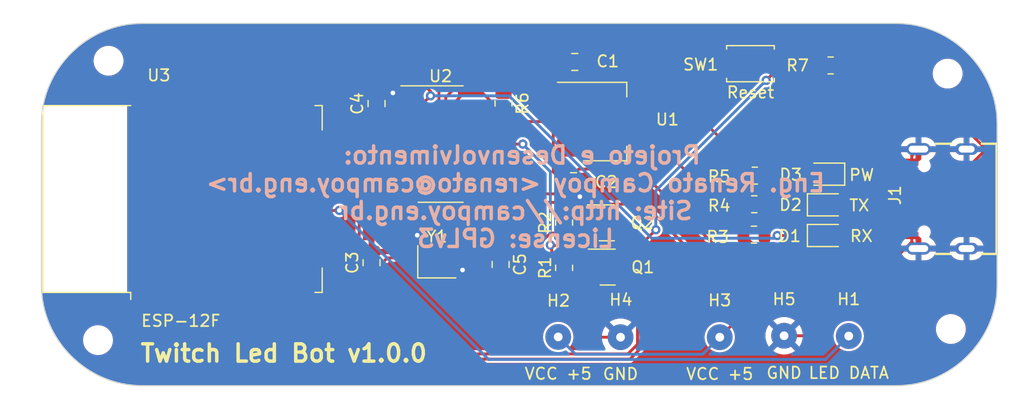
<source format=kicad_pcb>
(kicad_pcb (version 20211014) (generator pcbnew)
  (layers (0 "F.Cu" signal) (31 "B.Cu" signal) (34 "B.Paste" user) (35 "F.Paste" user) (36 "B.SilkS" user "B.Silkscreen") (37 "F.SilkS" user "F.Silkscreen") (38 "B.Mask" user) (39 "F.Mask" user) (44 "Edge.Cuts" user))
  (net 0 "")
  (net 1 "+5V")
  (net 2 "GND")
  (net 3 "+3V3")
  (net 4 "Net-(C3-Pad1)")
  (net 5 "Net-(C5-Pad1)")
  (net 6 "RX")
  (net 7 "Net-(D1-Pad2)")
  (net 8 "TX")
  (net 9 "Net-(D2-Pad2)")
  (net 10 "Net-(D3-Pad2)")
  (net 11 "Net-(Q1-Pad1)")
  (net 12 "RTS")
  (net 13 "RST")
  (net 14 "Net-(Q2-Pad1)")
  (net 15 "DTR")
  (net 16 "IO0")
  (net 17 "CH_PD")
  (net 18 "D+")
  (net 19 "D-")
  (net 32 "IO9")
  (footprint "MountingHole:MountingHole_2.1mm" (layer "F.Cu") (at 91.948 71.2724)
    (fp_text reference "REF**1" hide)
    (fp_text value "MountingHole_2.1mm" hide)
    (pad "" np_thru_hole circle (at 0 0) (size 2.1 2.1) (drill 2.1) (layers *.Cu *.Mask))
  )
  (footprint "Resistor_SMD:R_0805_2012Metric" (layer "F.Cu") (at 148.0566 81.2546 180)
    (fp_text reference "R5" (at 3.0988 -0.0762) (layer "F.SilkS"))
    (fp_text value "470")
    (pad "1" smd roundrect (at -0.9125 0 180) (size 1.025 1.4) (layers "F.Cu" "F.Paste" "F.Mask") (roundrect_rratio 0.243902439) (net 10 "Net-(D3-Pad2)"))
    (pad "2" smd roundrect (at 0.9125 0 180) (size 1.025 1.4) (layers "F.Cu" "F.Paste" "F.Mask") (roundrect_rratio 0.243902439) (net 3 "+3V3"))
  )
  (footprint "RF_Module:ESP-12E" (layer "F.Cu") (at 98.3742 83.2866 90)
    (fp_text reference "U3" (at 10.7442 -2.0574 180) (layer "F.SilkS"))
    (fp_text value "ESP-12F" (at -10.5918 -0.1524 180) (layer "F.SilkS"))
    (pad "1" smd rect (at -7.6 -3.5 90) (size 2.5 1) (layers "F.Cu" "F.Paste" "F.Mask") (net 13 "RST"))
    (pad "2" smd rect (at -7.6 -1.5 90) (size 2.5 1) (layers "F.Cu" "F.Paste" "F.Mask"))
    (pad "3" smd rect (at -7.6 0.5 90) (size 2.5 1) (layers "F.Cu" "F.Paste" "F.Mask") (net 17 "CH_PD"))
    (pad "4" smd rect (at -7.6 2.5 90) (size 2.5 1) (layers "F.Cu" "F.Paste" "F.Mask"))
    (pad "5" smd rect (at -7.6 4.5 90) (size 2.5 1) (layers "F.Cu" "F.Paste" "F.Mask"))
    (pad "6" smd rect (at -7.6 6.5 90) (size 2.5 1) (layers "F.Cu" "F.Paste" "F.Mask"))
    (pad "7" smd rect (at -7.6 8.5 90) (size 2.5 1) (layers "F.Cu" "F.Paste" "F.Mask"))
    (pad "8" smd rect (at -7.6 10.5 90) (size 2.5 1) (layers "F.Cu" "F.Paste" "F.Mask") (net 3 "+3V3"))
    (pad "9" smd rect (at -5 12 90) (size 1 1.8) (layers "F.Cu" "F.Paste" "F.Mask"))
    (pad "10" smd rect (at -3 12 90) (size 1 1.8) (layers "F.Cu" "F.Paste" "F.Mask"))
    (pad "11" smd rect (at -1 12 90) (size 1 1.8) (layers "F.Cu" "F.Paste" "F.Mask") (net 32 "IO9"))
    (pad "12" smd rect (at 1 12 90) (size 1 1.8) (layers "F.Cu" "F.Paste" "F.Mask"))
    (pad "13" smd rect (at 3 12 90) (size 1 1.8) (layers "F.Cu" "F.Paste" "F.Mask"))
    (pad "14" smd rect (at 5 12 90) (size 1 1.8) (layers "F.Cu" "F.Paste" "F.Mask"))
    (pad "15" smd rect (at 7.6 10.5 90) (size 2.5 1) (layers "F.Cu" "F.Paste" "F.Mask") (net 2 "GND"))
    (pad "16" smd rect (at 7.6 8.5 90) (size 2.5 1) (layers "F.Cu" "F.Paste" "F.Mask"))
    (pad "17" smd rect (at 7.6 6.5 90) (size 2.5 1) (layers "F.Cu" "F.Paste" "F.Mask"))
    (pad "18" smd rect (at 7.6 4.5 90) (size 2.5 1) (layers "F.Cu" "F.Paste" "F.Mask") (net 16 "IO0"))
    (pad "19" smd rect (at 7.6 2.5 90) (size 2.5 1) (layers "F.Cu" "F.Paste" "F.Mask"))
    (pad "20" smd rect (at 7.6 0.5 90) (size 2.5 1) (layers "F.Cu" "F.Paste" "F.Mask"))
    (pad "21" smd rect (at 7.6 -1.5 90) (size 2.5 1) (layers "F.Cu" "F.Paste" "F.Mask") (net 6 "RX"))
    (pad "22" smd rect (at 7.6 -3.5 90) (size 2.5 1) (layers "F.Cu" "F.Paste" "F.Mask") (net 8 "TX"))
    (zone (net 0) (net_name "") (layers *.Cu) (connect_pads (clearance 0)) (min_thickness 0.254)
      (keepout (tracks not_allowed) (vias not_allowed) (pads not_allowed) (copperpour not_allowed) (footprints not_allowed))
      (fill (thermal_gap 0.508) (thermal_bridge_width 0.508))
      (polygon (pts (xy 93.5742 91.4066) (xy 93.5742 75.1666) (xy 86.2542 75.1666) (xy 86.2542 91.4066)))
    )
  )
  (footprint "Capacitor_SMD:C_0805_2012Metric" (layer "F.Cu") (at 132.3132 81.7372)
    (fp_text reference "C2" (at 2.8448 0.0762) (layer "F.SilkS"))
    (fp_text value "100u")
    (pad "1" smd roundrect (at -0.95 0) (size 1 1.45) (layers "F.Cu" "F.Paste" "F.Mask") (net 3 "+3V3"))
    (pad "2" smd roundrect (at 0.95 0) (size 1 1.45) (layers "F.Cu" "F.Paste" "F.Mask") (net 2 "GND"))
  )
  (footprint "MountingHole:MountingHole_2.1mm" (layer "F.Cu") (at 145.0086 95.3008)
    (fp_text reference "H3" (at 0 -3.2) (layer "F.SilkS"))
    (fp_text value "VCC +5" (at 0 3.2) (layer "F.SilkS"))
    (pad "1" thru_hole circle (at 0 0) (size 2.235776 2.235776) (drill 0.762) (layers *.Cu *.Mask) (net 1 "+5V"))
  )
  (footprint "Crystal:Crystal_SMD_2520-4Pin_2.5x2.0mm" (layer "F.Cu") (at 120.4468 88.7476)
    (fp_text reference "Y1" (at 0 -2.2) (layer "F.SilkS"))
    (fp_text value "12MHz")
    (pad "1" smd rect (at -0.875 0.7) (size 1.15 1) (layers "F.Cu" "F.Paste" "F.Mask") (net 4 "Net-(C3-Pad1)"))
    (pad "2" smd rect (at 0.875 0.7) (size 1.15 1) (layers "F.Cu" "F.Paste" "F.Mask") (net 2 "GND"))
    (pad "3" smd rect (at 0.875 -0.7) (size 1.15 1) (layers "F.Cu" "F.Paste" "F.Mask") (net 5 "Net-(C5-Pad1)"))
    (pad "4" smd rect (at -0.875 -0.7) (size 1.15 1) (layers "F.Cu" "F.Paste" "F.Mask") (net 2 "GND"))
  )
  (footprint "MountingHole:MountingHole_2.1mm" (layer "F.Cu") (at 165.0746 94.5896)
    (fp_text reference "REF**3" hide)
    (fp_text value "MountingHole_2.1mm" hide)
    (pad "" np_thru_hole circle (at 0 0) (size 2.1 2.1) (drill 2.1) (layers *.Cu *.Mask))
  )
  (footprint "Resistor_SMD:R_0805_2012Metric" (layer "F.Cu") (at 154.6371 71.6788)
    (fp_text reference "R7" (at -2.8702 0) (layer "F.SilkS"))
    (fp_text value "10K")
    (pad "1" smd roundrect (at -0.9125 0) (size 1.025 1.4) (layers "F.Cu" "F.Paste" "F.Mask") (roundrect_rratio 0.243902439) (net 13 "RST"))
    (pad "2" smd roundrect (at 0.9125 0) (size 1.025 1.4) (layers "F.Cu" "F.Paste" "F.Mask") (roundrect_rratio 0.243902439) (net 3 "+3V3"))
  )
  (footprint "MountingHole:MountingHole_2.1mm" (layer "F.Cu") (at 156.21 95.1992)
    (fp_text reference "H1" (at 0 -3.2) (layer "F.SilkS"))
    (fp_text value "LED DATA" (at 0 3.2) (layer "F.SilkS"))
    (pad "1" thru_hole circle (at 0 0) (size 2.235776 2.235776) (drill 0.762) (layers *.Cu *.Mask) (net 32 "IO9"))
  )
  (footprint "Resistor_SMD:R_0805_2012Metric" (layer "F.Cu") (at 131.4981 89.2708 90)
    (fp_text reference "R1" (at 0 -1.65 90) (layer "F.SilkS"))
    (fp_text value "10K")
    (pad "1" smd roundrect (at -0.9125 0 90) (size 1.025 1.4) (layers "F.Cu" "F.Paste" "F.Mask") (roundrect_rratio 0.243902439) (net 15 "DTR"))
    (pad "2" smd roundrect (at 0.9125 0 90) (size 1.025 1.4) (layers "F.Cu" "F.Paste" "F.Mask") (roundrect_rratio 0.243902439) (net 11 "Net-(Q1-Pad1)"))
  )
  (footprint "Capacitor_SMD:C_0805_2012Metric" (layer "F.Cu") (at 114.7826 88.8238 90)
    (fp_text reference "C3" (at 0 -1.68 90) (layer "F.SilkS"))
    (fp_text value "22p")
    (pad "1" smd roundrect (at -0.95 0 90) (size 1 1.45) (layers "F.Cu" "F.Paste" "F.Mask") (net 4 "Net-(C3-Pad1)"))
    (pad "2" smd roundrect (at 0.95 0 90) (size 1 1.45) (layers "F.Cu" "F.Paste" "F.Mask") (net 2 "GND"))
  )
  (footprint "Resistor_SMD:R_0805_2012Metric" (layer "F.Cu") (at 147.9804 86.3854)
    (fp_text reference "R3" (at -3.1496 0.2032) (layer "F.SilkS"))
    (fp_text value "470")
    (pad "1" smd roundrect (at -0.9125 0) (size 1.025 1.4) (layers "F.Cu" "F.Paste" "F.Mask") (roundrect_rratio 0.243902439) (net 7 "Net-(D1-Pad2)"))
    (pad "2" smd roundrect (at 0.9125 0) (size 1.025 1.4) (layers "F.Cu" "F.Paste" "F.Mask") (roundrect_rratio 0.243902439) (net 3 "+3V3"))
  )
  (footprint "Resistor_SMD:R_0805_2012Metric" (layer "F.Cu") (at 131.4981 85.3338 90)
    (fp_text reference "R2" (at 0 -1.65 90) (layer "F.SilkS"))
    (fp_text value "10K")
    (pad "1" smd roundrect (at -0.9125 0 90) (size 1.025 1.4) (layers "F.Cu" "F.Paste" "F.Mask") (roundrect_rratio 0.243902439) (net 12 "RTS"))
    (pad "2" smd roundrect (at 0.9125 0 90) (size 1.025 1.4) (layers "F.Cu" "F.Paste" "F.Mask") (roundrect_rratio 0.243902439) (net 14 "Net-(Q2-Pad1)"))
  )
  (footprint "Package_SO:SOIC-16_3.9x9.9mm_P1.27mm" (layer "F.Cu") (at 120.777 78.5114)
    (fp_text reference "U2" (at 0 -5.9) (layer "F.SilkS"))
    (fp_text value "CH340G")
    (pad "1" smd roundrect (at -2.475 -4.445) (size 1.95 0.6) (layers "F.Cu" "F.Paste" "F.Mask") (net 2 "GND"))
    (pad "2" smd roundrect (at -2.475 -3.175) (size 1.95 0.6) (layers "F.Cu" "F.Paste" "F.Mask") (net 6 "RX"))
    (pad "3" smd roundrect (at -2.475 -1.905) (size 1.95 0.6) (layers "F.Cu" "F.Paste" "F.Mask") (net 8 "TX"))
    (pad "4" smd roundrect (at -2.475 -0.635) (size 1.95 0.6) (layers "F.Cu" "F.Paste" "F.Mask") (net 3 "+3V3"))
    (pad "5" smd roundrect (at -2.475 0.635) (size 1.95 0.6) (layers "F.Cu" "F.Paste" "F.Mask") (net 18 "D+"))
    (pad "6" smd roundrect (at -2.475 1.905) (size 1.95 0.6) (layers "F.Cu" "F.Paste" "F.Mask") (net 19 "D-"))
    (pad "7" smd roundrect (at -2.475 3.175) (size 1.95 0.6) (layers "F.Cu" "F.Paste" "F.Mask") (net 4 "Net-(C3-Pad1)"))
    (pad "8" smd roundrect (at -2.475 4.445) (size 1.95 0.6) (layers "F.Cu" "F.Paste" "F.Mask") (net 5 "Net-(C5-Pad1)"))
    (pad "9" smd roundrect (at 2.475 4.445) (size 1.95 0.6) (layers "F.Cu" "F.Paste" "F.Mask"))
    (pad "10" smd roundrect (at 2.475 3.175) (size 1.95 0.6) (layers "F.Cu" "F.Paste" "F.Mask"))
    (pad "11" smd roundrect (at 2.475 1.905) (size 1.95 0.6) (layers "F.Cu" "F.Paste" "F.Mask"))
    (pad "12" smd roundrect (at 2.475 0.635) (size 1.95 0.6) (layers "F.Cu" "F.Paste" "F.Mask"))
    (pad "13" smd roundrect (at 2.475 -0.635) (size 1.95 0.6) (layers "F.Cu" "F.Paste" "F.Mask") (net 15 "DTR"))
    (pad "14" smd roundrect (at 2.475 -1.905) (size 1.95 0.6) (layers "F.Cu" "F.Paste" "F.Mask") (net 12 "RTS"))
    (pad "15" smd roundrect (at 2.475 -3.175) (size 1.95 0.6) (layers "F.Cu" "F.Paste" "F.Mask"))
    (pad "16" smd roundrect (at 2.475 -4.445) (size 1.95 0.6) (layers "F.Cu" "F.Paste" "F.Mask") (net 3 "+3V3"))
  )
  (footprint "Resistor_SMD:R_0805_2012Metric" (layer "F.Cu") (at 126.238 74.9808 -90)
    (fp_text reference "R6" (at 0 -1.65 90) (layer "F.SilkS"))
    (fp_text value "10K")
    (pad "1" smd roundrect (at -0.9125 0 270) (size 1.025 1.4) (layers "F.Cu" "F.Paste" "F.Mask") (roundrect_rratio 0.243902439) (net 17 "CH_PD"))
    (pad "2" smd roundrect (at 0.9125 0 270) (size 1.025 1.4) (layers "F.Cu" "F.Paste" "F.Mask") (roundrect_rratio 0.243902439) (net 3 "+3V3"))
  )
  (footprint "MountingHole:MountingHole_2.1mm" (layer "F.Cu") (at 136.398 95.3008)
    (fp_text reference "H4" (at 0.0254 -3.2512) (layer "F.SilkS"))
    (fp_text value "GND" (at 0 3.2) (layer "F.SilkS"))
    (pad "1" thru_hole circle (at 0 0) (size 2.235776 2.235776) (drill 0.762) (layers *.Cu *.Mask) (net 2 "GND"))
  )
  (footprint "Capacitor_SMD:C_0805_2012Metric" (layer "F.Cu") (at 125.984 88.9762 -90)
    (fp_text reference "C5" (at 0 -1.68 90) (layer "F.SilkS"))
    (fp_text value "22p")
    (pad "1" smd roundrect (at -0.95 0 270) (size 1 1.45) (layers "F.Cu" "F.Paste" "F.Mask") (net 5 "Net-(C5-Pad1)"))
    (pad "2" smd roundrect (at 0.95 0 270) (size 1 1.45) (layers "F.Cu" "F.Paste" "F.Mask") (net 2 "GND"))
  )
  (footprint "Capacitor_SMD:C_0805_2012Metric" (layer "F.Cu") (at 115.2144 74.991 90)
    (fp_text reference "C4" (at 0 -1.68 90) (layer "F.SilkS"))
    (fp_text value "10u")
    (pad "1" smd roundrect (at -0.95 0 90) (size 1 1.45) (layers "F.Cu" "F.Paste" "F.Mask") (net 3 "+3V3"))
    (pad "2" smd roundrect (at 0.95 0 90) (size 1 1.45) (layers "F.Cu" "F.Paste" "F.Mask") (net 2 "GND"))
  )
  (footprint "LED_SMD:LED_0805_2012Metric" (layer "F.Cu") (at 154.1757 81.1276 180)
    (fp_text reference "D3" (at 2.9972 -0.0508) (layer "F.SilkS"))
    (fp_text value "PW" (at -3.1519 -0.0762) (layer "F.SilkS"))
    (pad "1" smd roundrect (at -0.9375 0 180) (size 0.975 1.4) (layers "F.Cu" "F.Paste" "F.Mask") (net 2 "GND"))
    (pad "2" smd roundrect (at 0.9375 0 180) (size 0.975 1.4) (layers "F.Cu" "F.Paste" "F.Mask") (net 10 "Net-(D3-Pad2)"))
  )
  (footprint "USB4105-GF-A 2:GCT_USB4105-GF-A" (layer "F.Cu") (at 166.4396 83.2727 90)
    (fp_text reference "J1" (at 0.3163 -6.2164 90) (layer "F.SilkS"))
    (fp_text value "USB4105-GF-A")
    (pad "" np_thru_hole circle locked (at -2.89 -3.68 90) (size 0.65 0.65) (drill 0.65) (layers *.Cu *.Mask))
    (pad "" np_thru_hole circle locked (at 2.89 -3.68 90) (size 0.65 0.65) (drill 0.65) (layers *.Cu *.Mask))
    (pad "A1_B12" smd rect locked (at -3.2 -4.755 90) (size 0.6 1.15) (layers "F.Cu" "F.Paste" "F.Mask") (net 2 "GND"))
    (pad "A4_B9" smd rect locked (at -2.4 -4.755 90) (size 0.6 1.15) (layers "F.Cu" "F.Paste" "F.Mask") (net 1 "+5V"))
    (pad "A5" smd rect locked (at -1.25 -4.755 90) (size 0.3 1.15) (layers "F.Cu" "F.Paste" "F.Mask"))
    (pad "A6" smd rect locked (at -0.25 -4.755 90) (size 0.3 1.15) (layers "F.Cu" "F.Paste" "F.Mask") (net 18 "D+"))
    (pad "A7" smd rect locked (at 0.25 -4.755 90) (size 0.3 1.15) (layers "F.Cu" "F.Paste" "F.Mask") (net 19 "D-"))
    (pad "A8" smd rect locked (at 1.25 -4.755 90) (size 0.3 1.15) (layers "F.Cu" "F.Paste" "F.Mask"))
    (pad "B1_A12" smd rect locked (at 3.2 -4.755 90) (size 0.6 1.15) (layers "F.Cu" "F.Paste" "F.Mask") (net 2 "GND"))
    (pad "B4_A9" smd rect locked (at 2.4 -4.755 90) (size 0.6 1.15) (layers "F.Cu" "F.Paste" "F.Mask") (net 1 "+5V"))
    (pad "B5" smd rect locked (at 1.75 -4.755 90) (size 0.3 1.15) (layers "F.Cu" "F.Paste" "F.Mask"))
    (pad "B6" smd rect locked (at 0.75 -4.755 90) (size 0.3 1.15) (layers "F.Cu" "F.Paste" "F.Mask") (net 18 "D+"))
    (pad "B7" smd rect locked (at -0.75 -4.755 90) (size 0.3 1.15) (layers "F.Cu" "F.Paste" "F.Mask") (net 19 "D-"))
    (pad "B8" smd rect locked (at -1.75 -4.755 90) (size 0.3 1.15) (layers "F.Cu" "F.Paste" "F.Mask"))
    (pad "S1" thru_hole oval locked (at -4.32 -4.18 90) (size 1.05 2.1) (drill oval 0.6 1.7) (layers *.Cu *.Mask) (net 2 "GND"))
    (pad "S2" thru_hole oval locked (at -4.32 0 90) (size 1 2) (drill oval 0.6 1.4) (layers *.Cu *.Mask) (net 2 "GND"))
    (pad "S3" thru_hole oval locked (at 4.32 0 90) (size 1 2) (drill oval 0.6 1.4) (layers *.Cu *.Mask) (net 2 "GND"))
    (pad "S4" thru_hole oval locked (at 4.32 -4.18 90) (size 1.05 2.1) (drill oval 0.6 1.7) (layers *.Cu *.Mask) (net 2 "GND"))
  )
  (footprint "Package_TO_SOT_SMD:SOT-23" (layer "F.Cu") (at 135.2065 85.3592)
    (fp_text reference "Q2" (at 3.0734 0.0254) (layer "F.SilkS"))
    (fp_text value "BC847")
    (pad "1" smd roundrect (at -0.9375 -0.95) (size 1.475 0.6) (layers "F.Cu" "F.Paste" "F.Mask") (net 14 "Net-(Q2-Pad1)"))
    (pad "2" smd roundrect (at -0.9375 0.95) (size 1.475 0.6) (layers "F.Cu" "F.Paste" "F.Mask") (net 15 "DTR"))
    (pad "3" smd roundrect (at 0.9375 0) (size 1.475 0.6) (layers "F.Cu" "F.Paste" "F.Mask") (net 16 "IO0"))
  )
  (footprint "Resistor_SMD:R_0805_2012Metric" (layer "F.Cu") (at 148.0077 83.7438)
    (fp_text reference "R4" (at -3.0499 0.127) (layer "F.SilkS"))
    (fp_text value "470")
    (pad "1" smd roundrect (at -0.9125 0) (size 1.025 1.4) (layers "F.Cu" "F.Paste" "F.Mask") (roundrect_rratio 0.243902439) (net 9 "Net-(D2-Pad2)"))
    (pad "2" smd roundrect (at 0.9125 0) (size 1.025 1.4) (layers "F.Cu" "F.Paste" "F.Mask") (roundrect_rratio 0.243902439) (net 3 "+3V3"))
  )
  (footprint "LED_SMD:LED_0805_2012Metric" (layer "F.Cu") (at 154.305 83.7946)
    (fp_text reference "D2" (at -3.1496 0) (layer "F.SilkS"))
    (fp_text value "TX" (at 2.8194 0.0508) (layer "F.SilkS"))
    (pad "1" smd roundrect (at -0.9375 0) (size 0.975 1.4) (layers "F.Cu" "F.Paste" "F.Mask") (net 8 "TX"))
    (pad "2" smd roundrect (at 0.9375 0) (size 0.975 1.4) (layers "F.Cu" "F.Paste" "F.Mask") (net 9 "Net-(D2-Pad2)"))
  )
  (footprint "MountingHole:MountingHole_2.1mm" (layer "F.Cu") (at 164.7952 72.39)
    (fp_text reference "REF**4" hide)
    (fp_text value "MountingHole_2.1mm" hide)
    (pad "" np_thru_hole circle (at 0 0) (size 2.1 2.1) (drill 2.1) (layers *.Cu *.Mask))
  )
  (footprint "LED_SMD:LED_0805_2012Metric" (layer "F.Cu") (at 154.305 86.4616)
    (fp_text reference "D1" (at -3.2258 0.0508) (layer "F.SilkS"))
    (fp_text value "RX" (at 2.9972 0.0508) (layer "F.SilkS"))
    (pad "1" smd roundrect (at -0.9375 0) (size 0.975 1.4) (layers "F.Cu" "F.Paste" "F.Mask") (net 6 "RX"))
    (pad "2" smd roundrect (at 0.9375 0) (size 0.975 1.4) (layers "F.Cu" "F.Paste" "F.Mask") (net 7 "Net-(D1-Pad2)"))
  )
  (footprint "Package_TO_SOT_SMD:SOT-23" (layer "F.Cu") (at 135.2804 89.2048)
    (fp_text reference "Q1" (at 3.0503 0.0152) (layer "F.SilkS"))
    (fp_text value "BC847")
    (pad "1" smd roundrect (at -0.9375 -0.95) (size 1.475 0.6) (layers "F.Cu" "F.Paste" "F.Mask") (net 11 "Net-(Q1-Pad1)"))
    (pad "2" smd roundrect (at -0.9375 0.95) (size 1.475 0.6) (layers "F.Cu" "F.Paste" "F.Mask") (net 12 "RTS"))
    (pad "3" smd roundrect (at 0.9375 0) (size 1.475 0.6) (layers "F.Cu" "F.Paste" "F.Mask") (net 13 "RST"))
  )
  (footprint "MountingHole:MountingHole_2.1mm" (layer "F.Cu") (at 150.5966 95.1992)
    (fp_text reference "H5" (at 0 -3.2) (layer "F.SilkS"))
    (fp_text value "GND" (at 0 3.2) (layer "F.SilkS"))
    (pad "1" thru_hole circle (at 0 -0.0254) (size 2.235776 2.235776) (drill 0.762) (layers *.Cu *.Mask) (net 2 "GND"))
  )
  (footprint "Package_TO_SOT_SMD:SOT-223-3_TabPin2" (layer "F.Cu") (at 135.031 76.5556)
    (fp_text reference "U1" (at 5.4356 -0.1778) (layer "F.SilkS"))
    (fp_text value "AMS1117-3.3")
    (pad "1" smd rect (at -3.15 -2.3) (size 2 1.5) (layers "F.Cu" "F.Paste" "F.Mask") (net 2 "GND"))
    (pad "2" smd rect (at 3.15 0) (size 2 3.8) (layers "F.Cu" "F.Paste" "F.Mask") (net 3 "+3V3"))
    (pad "2" smd rect (at -3.15 0) (size 2 1.5) (layers "F.Cu" "F.Paste" "F.Mask") (net 3 "+3V3"))
    (pad "3" smd rect (at -3.15 2.3) (size 2 1.5) (layers "F.Cu" "F.Paste" "F.Mask") (net 1 "+5V"))
  )
  (footprint "MountingHole:MountingHole_2.1mm" (layer "F.Cu") (at 91.0336 95.5548)
    (fp_text reference "REF**2" hide)
    (fp_text value "MountingHole_2.1mm" hide)
    (pad "" np_thru_hole circle (at 0 0) (size 2.1 2.1) (drill 2.1) (layers *.Cu *.Mask))
  )
  (footprint "MountingHole:MountingHole_2.1mm" (layer "F.Cu") (at 130.9878 95.2754)
    (fp_text reference "H2" (at 0.0254 -3.1496) (layer "F.SilkS"))
    (fp_text value "VCC +5" (at 0 3.2) (layer "F.SilkS"))
    (pad "1" thru_hole circle (at 0 0) (size 2.235776 2.235776) (drill 0.762) (layers *.Cu *.Mask) (net 1 "+5V"))
  )
  (footprint "Button_Switch_SMD:SW_Push_SPST_NO_Alps_SKRK" (layer "F.Cu") (at 147.6756 71.5264)
    (fp_text reference "SW1" (at -4.3203 0.0762) (layer "F.SilkS"))
    (fp_text value "Reset" (at 0 2.5) (layer "F.SilkS"))
    (pad "1" smd roundrect (at -2.1 0) (size 0.8 2) (layers "F.Cu" "F.Paste" "F.Mask") (net 2 "GND"))
    (pad "2" smd roundrect (at 2.1 0) (size 0.8 2) (layers "F.Cu" "F.Paste" "F.Mask") (net 13 "RST"))
  )
  (footprint "Capacitor_SMD:C_0805_2012Metric" (layer "F.Cu") (at 132.425 71.374)
    (fp_text reference "C1" (at 2.86 -0.0508) (layer "F.SilkS"))
    (fp_text value "10u")
    (pad "1" smd roundrect (at -0.95 0) (size 1 1.45) (layers "F.Cu" "F.Paste" "F.Mask") (net 1 "+5V"))
    (pad "2" smd roundrect (at 0.95 0) (size 1 1.45) (layers "F.Cu" "F.Paste" "F.Mask") (net 2 "GND"))
  )
  (gr_poly (pts (xy 160.832596 68.038038) (xy 161.268708 68.072285) (xy 161.699216 68.128643) (xy 162.123531 68.206521) (xy 162.541062 68.305332) (xy 162.951221 68.424485) (xy 163.353418 68.56339) (xy 163.747062 68.721459) (xy 164.131566 68.898101) (xy 164.506339 69.092727) (xy 164.870792 69.304748) (xy 165.224335 69.533574) (xy 165.566378 69.778615) (xy 165.896333 70.039282) (xy 166.213609 70.314986) (xy 166.517618 70.605137) (xy 166.807769 70.909145) (xy 167.083473 71.226421) (xy 167.344141 71.556376) (xy 167.589182 71.898419) (xy 167.818008 72.251962) (xy 168.030029 72.616414) (xy 168.224656 72.991187) (xy 168.401298 73.37569) (xy 168.559367 73.769335) (xy 168.698273 74.171531) (xy 168.817426 74.58169) (xy 168.916237 74.999222) (xy 168.994116 75.423536) (xy 169.050473 75.854044) (xy 169.08472 76.290157) (xy 169.096267 76.731283) (xy 169.096267 90.807117) (xy 169.08472 91.248244) (xy 169.050473 91.684356) (xy 168.994116 92.114864) (xy 168.916237 92.539178) (xy 168.817426 92.956709) (xy 168.698273 93.366868) (xy 168.559367 93.769064) (xy 168.401298 94.162709) (xy 168.224656 94.547212) (xy 168.030029 94.921985) (xy 167.818008 95.286438) (xy 167.589182 95.63998) (xy 167.344141 95.982024) (xy 167.083473 96.311978) (xy 166.807769 96.629254) (xy 166.517618 96.933262) (xy 166.213609 97.223413) (xy 165.896333 97.499117) (xy 165.566378 97.759785) (xy 165.224335 98.004826) (xy 164.870792 98.233652) (xy 164.506339 98.445673) (xy 164.131566 98.640299) (xy 163.747062 98.816941) (xy 163.353418 98.97501) (xy 162.951221 99.113915) (xy 162.541062 99.233068) (xy 162.123531 99.331879) (xy 161.699216 99.409758) (xy 161.268708 99.466115) (xy 160.832596 99.500362) (xy 160.39147 99.511909) (xy 94.827723 99.511909) (xy 94.386596 99.500362) (xy 93.950484 99.466115) (xy 93.519976 99.409758) (xy 93.095662 99.331879) (xy 92.67813 99.233068) (xy 92.267972 99.113915) (xy 91.865775 98.97501) (xy 91.472131 98.816941) (xy 91.087627 98.640299) (xy 90.712855 98.445673) (xy 90.348402 98.233652) (xy 89.99486 98.004826) (xy 89.652816 97.759785) (xy 89.322862 97.499117) (xy 89.005586 97.223413) (xy 88.701578 96.933262) (xy 88.411427 96.629254) (xy 88.135724 96.311978) (xy 87.875057 95.982024) (xy 87.630015 95.63998) (xy 87.40119 95.286438) (xy 87.189169 94.921985) (xy 86.994543 94.547212) (xy 86.817901 94.162709) (xy 86.659832 93.769064) (xy 86.520927 93.366868) (xy 86.401774 92.956709) (xy 86.302964 92.539178) (xy 86.225085 92.114864) (xy 86.168727 91.684356) (xy 86.134481 91.248244) (xy 86.122934 90.807117) (xy 86.122934 76.731283) (xy 86.134481 76.290157) (xy 86.168727 75.854044) (xy 86.225085 75.423536) (xy 86.302964 74.999222) (xy 86.401774 74.58169) (xy 86.520927 74.171531) (xy 86.659832 73.769335) (xy 86.817901 73.37569) (xy 86.994543 72.991187) (xy 87.189169 72.616414) (xy 87.40119 72.251962) (xy 87.630015 71.898419) (xy 87.875057 71.556376) (xy 88.135724 71.226421) (xy 88.411427 70.909145) (xy 88.701578 70.605137) (xy 89.005586 70.314986) (xy 89.322862 70.039282) (xy 89.652816 69.778615) (xy 89.99486 69.533574) (xy 90.348402 69.304748) (xy 90.712855 69.092727) (xy 91.087627 68.898101) (xy 91.472131 68.721459) (xy 91.865775 68.56339) (xy 92.267972 68.424485) (xy 92.67813 68.305332) (xy 93.095662 68.206521) (xy 93.519976 68.128643) (xy 93.950484 68.072285) (xy 94.386596 68.038038) (xy 94.827723 68.026491) (xy 160.39147 68.026491)) (layer "Edge.Cuts") (width 0.1) (fill none))
  (gr_text "Projeto e Desenvolvimento: \nEng. Renato Campoy <renato@campoy.eng.br>\nSite: http://campoy.eng.br\nLicense: GPLv3" (at 127.2794 83.1088) (layer "B.SilkS") (effects (font (size 1.5 1.5) (thickness 0.3)) (justify mirror)))
  (gr_text "Twitch Led Bot v1.0.0" (at 107.1626 96.6978) (layer "F.SilkS") (effects (font (size 1.5 1.5) (thickness 0.3))))
  (segment (start 163.0354 84.8842) (end 162.2469 85.6727) (width 0.25) (layer "F.Cu") (net 1))
  (segment (start 163.0354 81.618) (end 162.2901 80.8727) (width 0.25) (layer "F.Cu") (net 1))
  (segment (start 160.7843 85.6727) (end 153.8737 92.5833) (width 0.25) (layer "F.Cu") (net 1))
  (segment (start 165.4833 81.618) (end 167.8138 79.2875) (width 0.25) (layer "F.Cu") (net 1))
  (segment (start 146.5138 85.3011) (end 140.0683 78.8556) (width 0.25) (layer "F.Cu") (net 1))
  (segment (start 156.3559 85.3011) (end 146.5138 85.3011) (width 0.25) (layer "F.Cu") (net 1))
  (segment (start 161.6846 80.8727) (end 160.7843 80.8727) (width 0.25) (layer "F.Cu") (net 1))
  (segment (start 160.7843 80.8727) (end 156.3559 85.3011) (width 0.25) (layer "F.Cu") (net 1))
  (segment (start 167.8138 78.6497) (end 158.3905 69.2264) (width 0.25) (layer "F.Cu") (net 1))
  (segment (start 161.6846 85.6727) (end 160.7843 85.6727) (width 0.25) (layer "F.Cu") (net 1))
  (segment (start 162.2469 85.6727) (end 161.6846 85.6727) (width 0.25) (layer "F.Cu") (net 1))
  (segment (start 133.6226 69.2264) (end 131.475 71.374) (width 0.25) (layer "F.Cu") (net 1))
  (segment (start 163.0354 81.618) (end 163.0354 84.8842) (width 0.25) (layer "F.Cu") (net 1))
  (segment (start 147.7261 92.5833) (end 145.0086 95.3008) (width 0.25) (layer "F.Cu") (net 1))
  (segment (start 158.3905 69.2264) (end 133.6226 69.2264) (width 0.25) (layer "F.Cu") (net 1))
  (segment (start 140.0683 78.8556) (end 131.881 78.8556) (width 0.25) (layer "F.Cu") (net 1))
  (segment (start 162.2901 80.8727) (end 161.6846 80.8727) (width 0.25) (layer "F.Cu") (net 1))
  (segment (start 167.8138 79.2875) (end 167.8138 78.6497) (width 0.25) (layer "F.Cu") (net 1))
  (segment (start 153.8737 92.5833) (end 147.7261 92.5833) (width 0.25) (layer "F.Cu") (net 1))
  (segment (start 163.0354 81.618) (end 165.4833 81.618) (width 0.25) (layer "F.Cu") (net 1))
  (segment (start 145.0086 95.3008) (end 143.5263 96.7831) (width 0.25) (layer "B.Cu") (net 1))
  (segment (start 143.5263 96.7831) (end 132.4955 96.7831) (width 0.25) (layer "B.Cu") (net 1))
  (segment (start 132.4955 96.7831) (end 130.9878 95.2754) (width 0.25) (layer "B.Cu") (net 1))
  (segment (start 120.6091 91.2269) (end 121.3218 90.5142) (width 0.25) (layer "F.Cu") (net 2))
  (segment (start 116.6334 74.0664) (end 118.302 74.0664) (width 0.25) (layer "F.Cu") (net 2))
  (segment (start 156.1681 80.0727) (end 155.1132 81.1276) (width 0.25) (layer "F.Cu") (net 2))
  (segment (start 120.4214 91.2269) (end 114.6612 91.2269) (width 0.25) (layer "F.Cu") (net 2))
  (segment (start 116.6334 74.0664) (end 116.608 74.041) (width 0.25) (layer "F.Cu") (net 2))
  (segment (start 131.881 74.2556) (end 131.881 73.2204) (width 0.25) (layer "F.Cu") (net 2))
  (segment (start 161.6846 79.5277) (end 162.2596 78.9527) (width 0.25) (layer "F.Cu") (net 2))
  (segment (start 156.8586 80.0727) (end 156.1681 80.0727) (width 0.25) (layer "F.Cu") (net 2))
  (segment (start 147.3727 69.7293) (end 145.5756 71.5264) (width 0.25) (layer "F.Cu") (net 2))
  (segment (start 128.2776 89.9262) (end 133.6522 95.3008) (width 0.25) (layer "F.Cu") (net 2))
  (segment (start 122.6708 89.4476) (end 122.682 89.4588) (width 0.25) (layer "F.Cu") (net 2))
  (segment (start 108.9445 74.041) (end 108.8742 74.1113) (width 0.25) (layer "F.Cu") (net 2))
  (segment (start 124.6833 91.2269) (end 120.6091 91.2269) (width 0.25) (layer "F.Cu") (net 2))
  (segment (start 133.375 71.5264) (end 145.5756 71.5264) (width 0.25) (layer "F.Cu") (net 2))
  (segment (start 132.865 82.1354) (end 133.2632 81.7372) (width 0.25) (layer "F.Cu") (net 2))
  (segment (start 121.3218 90.5142) (end 121.3218 89.4476) (width 0.25) (layer "F.Cu") (net 2))
  (segment (start 161.6846 80.0727) (end 156.8586 80.0727) (width 0.25) (layer "F.Cu") (net 2))
  (segment (start 113.7312 90.2969) (end 113.7312 88.9252) (width 0.25) (layer "F.Cu") (net 2))
  (segment (start 155.7752 69.7293) (end 147.3727 69.7293) (width 0.25) (layer "F.Cu") (net 2))
  (segment (start 125.984 89.9262) (end 124.6833 91.2269) (width 0.25) (layer "F.Cu") (net 2))
  (segment (start 162.2596 78.9527) (end 165.1143 78.9527) (width 0.25) (layer "F.Cu") (net 2))
  (segment (start 132.865 83.084) (end 132.865 82.1354) (width 0.25) (layer "F.Cu") (net 2))
  (segment (start 120.6091 91.2269) (end 120.4214 91.2269) (width 0.25) (layer "F.Cu") (net 2))
  (segment (start 166.4396 78.9527) (end 165.1143 78.9527) (width 0.25) (layer "F.Cu") (net 2))
  (segment (start 161.6846 80.0727) (end 161.6846 79.5277) (width 0.25) (layer "F.Cu") (net 2))
  (segment (start 119.5718 87.263) (end 118.745 86.4362) (width 0.25) (layer "F.Cu") (net 2))
  (segment (start 161.6846 87.0177) (end 161.6846 86.4727) (width 0.25) (layer "F.Cu") (net 2))
  (segment (start 125.984 89.9262) (end 128.2776 89.9262) (width 0.25) (layer "F.Cu") (net 2))
  (segment (start 113.7312 88.9252) (end 114.7826 87.8738) (width 0.25) (layer "F.Cu") (net 2))
  (segment (start 161.6846 87.0177) (end 153.5285 95.1738) (width 0.25) (layer "F.Cu") (net 2))
  (segment (start 115.2144 74.041) (end 108.9445 74.041) (width 0.25) (layer "F.Cu") (net 2))
  (segment (start 162.2596 87.5927) (end 161.6846 87.0177) (width 0.25) (layer "F.Cu") (net 2))
  (segment (start 108.8742 75.6866) (end 108.8742 74.1113) (width 0.25) (layer "F.Cu") (net 2))
  (segment (start 156.8586 70.8127) (end 155.7752 69.7293) (width 0.25) (layer "F.Cu") (net 2))
  (segment (start 114.6612 91.2269) (end 113.7312 90.2969) (width 0.25) (layer "F.Cu") (net 2))
  (segment (start 116.608 74.041) (end 115.2144 74.041) (width 0.25) (layer "F.Cu") (net 2))
  (segment (start 121.3218 89.4476) (end 122.6708 89.4476) (width 0.25) (layer "F.Cu") (net 2))
  (segment (start 119.5718 88.0476) (end 119.5718 87.263) (width 0.25) (layer "F.Cu") (net 2))
  (segment (start 133.375 71.374) (end 133.375 71.5264) (width 0.25) (layer "F.Cu") (net 2))
  (segment (start 133.375 71.5264) (end 133.375 71.7264) (width 0.25) (layer "F.Cu") (net 2))
  (segment (start 153.5285 95.1738) (end 150.5966 95.1738) (width 0.25) (layer "F.Cu") (net 2))
  (segment (start 133.375 71.7264) (end 131.881 73.2204) (width 0.25) (layer "F.Cu") (net 2))
  (segment (start 156.8586 80.0727) (end 156.8586 70.8127) (width 0.25) (layer "F.Cu") (net 2))
  (segment (start 133.6522 95.3008) (end 136.398 95.3008) (width 0.25) (layer "F.Cu") (net 2))
  (via (at 122.682 89.4588) (size 0.8) (drill 0.4) (layers "F.Cu" "B.Cu") (net 2))
  (via (at 116.6334 74.0664) (size 0.8) (drill 0.4) (layers "F.Cu" "B.Cu") (net 2))
  (via (at 132.865 83.084) (size 0.8) (drill 0.4) (layers "F.Cu" "B.Cu") (net 2))
  (via (at 118.745 86.4362) (size 0.8) (drill 0.4) (layers "F.Cu" "B.Cu") (net 2))
  (segment (start 132.865 83.084) (end 132.865 91.7678) (width 0.25) (layer "B.Cu") (net 2))
  (segment (start 166.4396 87.5927) (end 163.6349 87.5927) (width 0.25) (layer "B.Cu") (net 2))
  (segment (start 149.255 93.8322) (end 137.8666 93.8322) (width 0.25) (layer "B.Cu") (net 2))
  (segment (start 150.5966 95.1738) (end 149.255 93.8322) (width 0.25) (layer "B.Cu") (net 2))
  (segment (start 162.2596 87.5927) (end 163.6349 87.5927) (width 0.25) (layer "B.Cu") (net 2))
  (segment (start 121.7676 89.4588) (end 122.682 89.4588) (width 0.25) (layer "B.Cu") (net 2))
  (segment (start 166.4396 78.9527) (end 166.4396 87.5927) (width 0.25) (layer "B.Cu") (net 2))
  (segment (start 117.6109 75.0439) (end 125.5194 75.0439) (width 0.25) (layer "B.Cu") (net 2))
  (segment (start 132.865 91.7678) (end 136.398 95.3008) (width 0.25) (layer "B.Cu") (net 2))
  (segment (start 116.6334 74.0664) (end 117.6109 75.0439) (width 0.25) (layer "B.Cu") (net 2))
  (segment (start 137.8666 93.8322) (end 136.398 95.3008) (width 0.25) (layer "B.Cu") (net 2))
  (segment (start 132.865 82.3895) (end 132.865 83.084) (width 0.25) (layer "B.Cu") (net 2))
  (segment (start 118.745 86.4362) (end 121.7676 89.4588) (width 0.25) (layer "B.Cu") (net 2))
  (segment (start 125.5194 75.0439) (end 132.865 82.3895) (width 0.25) (layer "B.Cu") (net 2))
  (segment (start 124.4111 74.0664) (end 123.252 74.0664) (width 0.25) (layer "F.Cu") (net 3))
  (segment (start 147.1441 81.9677) (end 148.9202 83.7438) (width 0.25) (layer "F.Cu") (net 3))
  (segment (start 117.2218 77.8764) (end 117.1858 77.9124) (width 0.25) (layer "F.Cu") (net 3))
  (segment (start 117.1858 77.9124) (end 115.2144 75.941) (width 0.25) (layer "F.Cu") (net 3))
  (segment (start 111.2651 89.3113) (end 108.8742 89.3113) (width 0.25) (layer "F.Cu") (net 3))
  (segment (start 117.1858 77.9124) (end 113.7088 81.3894) (width 0.25) (layer "F.Cu") (net 3))
  (segment (start 143.6154 76.5556) (end 147.1441 80.0843) (width 0.25) (layer "F.Cu") (net 3))
  (segment (start 147.1441 81.2546) (end 147.1441 81.9677) (width 0.25) (layer "F.Cu") (net 3))
  (segment (start 130.5556 76.5556) (end 130.5556 80.9296) (width 0.25) (layer "F.Cu") (net 3))
  (segment (start 131.881 76.5556) (end 130.5556 76.5556) (width 0.25) (layer "F.Cu") (net 3))
  (segment (start 155.5496 71.6788) (end 147.1441 80.0843) (width 0.25) (layer "F.Cu") (net 3))
  (segment (start 138.181 76.5556) (end 131.881 76.5556) (width 0.25) (layer "F.Cu") (net 3))
  (segment (start 130.5556 80.9296) (end 131.3632 81.7372) (width 0.25) (layer "F.Cu") (net 3))
  (segment (start 138.181 76.5556) (end 143.6154 76.5556) (width 0.25) (layer "F.Cu") (net 3))
  (segment (start 126.9003 76.5556) (end 126.238 75.8933) (width 0.25) (layer "F.Cu") (net 3))
  (segment (start 123.252 74.0664) (end 122.817 74.0664) (width 0.25) (layer "F.Cu") (net 3))
  (segment (start 121.449 75.4344) (end 121.449 75.8176) (width 0.25) (layer "F.Cu") (net 3))
  (segment (start 121.449 75.8176) (end 119.3902 77.8764) (width 0.25) (layer "F.Cu") (net 3))
  (segment (start 147.1441 80.0843) (end 147.1441 81.2546) (width 0.25) (layer "F.Cu") (net 3))
  (segment (start 119.3902 77.8764) (end 118.302 77.8764) (width 0.25) (layer "F.Cu") (net 3))
  (segment (start 113.7088 86.8676) (end 111.2651 89.3113) (width 0.25) (layer "F.Cu") (net 3))
  (segment (start 122.817 74.0664) (end 121.449 75.4344) (width 0.25) (layer "F.Cu") (net 3))
  (segment (start 108.8742 90.8866) (end 108.8742 89.3113) (width 0.25) (layer "F.Cu") (net 3))
  (segment (start 130.5556 76.5556) (end 126.9003 76.5556) (width 0.25) (layer "F.Cu") (net 3))
  (segment (start 126.238 75.8933) (end 124.4111 74.0664) (width 0.25) (layer "F.Cu") (net 3))
  (segment (start 113.7088 81.3894) (end 113.7088 86.8676) (width 0.25) (layer "F.Cu") (net 3))
  (segment (start 118.302 77.8764) (end 117.2218 77.8764) (width 0.25) (layer "F.Cu") (net 3))
  (segment (start 119.5718 89.4476) (end 118.9624 89.4476) (width 0.25) (layer "F.Cu") (net 4))
  (segment (start 116.1498 88.4066) (end 114.7826 89.7738) (width 0.25) (layer "F.Cu") (net 4))
  (segment (start 117.9214 86.7763) (end 116.9837 85.8386) (width 0.25) (layer "F.Cu") (net 4))
  (segment (start 117.9214 88.4066) (end 116.1498 88.4066) (width 0.25) (layer "F.Cu") (net 4))
  (segment (start 117.889 81.6864) (end 118.302 81.6864) (width 0.25) (layer "F.Cu") (net 4))
  (segment (start 116.9837 82.5917) (end 117.889 81.6864) (width 0.25) (layer "F.Cu") (net 4))
  (segment (start 117.9214 88.4066) (end 117.9214 86.7763) (width 0.25) (layer "F.Cu") (net 4))
  (segment (start 118.9624 89.4476) (end 117.9214 88.4066) (width 0.25) (layer "F.Cu") (net 4))
  (segment (start 116.9837 85.8386) (end 116.9837 82.5917) (width 0.25) (layer "F.Cu") (net 4))
  (segment (start 125.8467 87.8889) (end 125.984 88.0262) (width 0.25) (layer "F.Cu") (net 5))
  (segment (start 121.3218 88.0476) (end 121.3218 87.5764) (width 0.25) (layer "F.Cu") (net 5))
  (segment (start 122.9214 87.8889) (end 122.9214 86.7763) (width 0.25) (layer "F.Cu") (net 5))
  (segment (start 122.9214 86.7763) (end 122.1219 86.7763) (width 0.25) (layer "F.Cu") (net 5))
  (segment (start 121.3218 87.5764) (end 122.1219 86.7763) (width 0.25) (layer "F.Cu") (net 5))
  (segment (start 122.1219 86.7763) (end 118.302 82.9564) (width 0.25) (layer "F.Cu") (net 5))
  (segment (start 122.9214 87.8889) (end 125.8467 87.8889) (width 0.25) (layer "F.Cu") (net 5))
  (segment (start 119.9013 74.3186) (end 119.9013 73.9325) (width 0.25) (layer "F.Cu") (net 6))
  (segment (start 96.8742 75.6866) (end 96.8742 74.1113) (width 0.25) (layer "F.Cu") (net 6))
  (segment (start 153.3675 86.4616) (end 150.0071 86.4616) (width 0.25) (layer "F.Cu") (net 6))
  (segment (start 118.8835 75.3364) (end 119.9013 74.3186) (width 0.25) (layer "F.Cu") (net 6))
  (segment (start 118.302 75.3364) (end 118.8835 75.3364) (width 0.25) (layer "F.Cu") (net 6))
  (segment (start 119.1795 73.2107) (end 97.7748 73.2107) (width 0.25) (layer "F.Cu") (net 6))
  (segment (start 119.9013 73.9325) (end 119.1795 73.2107) (width 0.25) (layer "F.Cu") (net 6))
  (segment (start 97.7748 73.2107) (end 96.8742 74.1113) (width 0.25) (layer "F.Cu") (net 6))
  (via (at 119.9013 74.3186) (size 0.8) (drill 0.4) (layers "F.Cu" "B.Cu") (net 6))
  (via (at 150.0071 86.4616) (size 0.8) (drill 0.4) (layers "F.Cu" "B.Cu") (net 6))
  (segment (start 126.7228 74.3186) (end 119.9013 74.3186) (width 0.25) (layer "B.Cu") (net 6))
  (segment (start 149.7715 86.6972) (end 139.1014 86.6972) (width 0.25) (layer "B.Cu") (net 6))
  (segment (start 139.1014 86.6972) (end 126.7228 74.3186) (width 0.25) (layer "B.Cu") (net 6))
  (segment (start 150.0071 86.4616) (end 149.7715 86.6972) (width 0.25) (layer "B.Cu") (net 6))
  (segment (start 148.1837 87.5012) (end 147.0679 86.3854) (width 0.25) (layer "F.Cu") (net 7))
  (segment (start 154.2029 87.5012) (end 148.1837 87.5012) (width 0.25) (layer "F.Cu") (net 7))
  (segment (start 155.2425 86.4616) (end 154.2029 87.5012) (width 0.25) (layer "F.Cu") (net 7))
  (segment (start 120.8922 72.9637) (end 120.6283 73.2276) (width 0.25) (layer "F.Cu") (net 8))
  (segment (start 148.8918 70.1797) (end 144.8494 74.2221) (width 0.25) (layer "F.Cu") (net 8))
  (segment (start 154.0855 74.7829) (end 156.3984 72.47) (width 0.25) (layer "F.Cu") (net 8))
  (segment (start 94.8742 75.6866) (end 94.8742 74.1113) (width 0.25) (layer "F.Cu") (net 8))
  (segment (start 120.6283 73.2276) (end 120.6283 74.663) (width 0.25) (layer "F.Cu") (net 8))
  (segment (start 153.3675 83.7946) (end 154.0855 83.0766) (width 0.25) (layer "F.Cu") (net 8))
  (segment (start 155.5886 70.1797) (end 148.8918 70.1797) (width 0.25) (layer "F.Cu") (net 8))
  (segment (start 156.3984 72.47) (end 156.3984 70.9895) (width 0.25) (layer "F.Cu") (net 8))
  (segment (start 129.3514 75.331) (end 126.9841 72.9637) (width 0.25) (layer "F.Cu") (net 8))
  (segment (start 136.1399 74.2221) (end 135.031 75.331) (width 0.25) (layer "F.Cu") (net 8))
  (segment (start 144.8494 74.2221) (end 136.1399 74.2221) (width 0.25) (layer "F.Cu") (net 8))
  (segment (start 154.0855 83.0766) (end 154.0855 74.7829) (width 0.25) (layer "F.Cu") (net 8))
  (segment (start 120.6283 74.663) (end 118.6849 76.6064) (width 0.25) (layer "F.Cu") (net 8))
  (segment (start 120.1293 72.7286) (end 120.6283 73.2276) (width 0.25) (layer "F.Cu") (net 8))
  (segment (start 135.031 75.331) (end 129.3514 75.331) (width 0.25) (layer "F.Cu") (net 8))
  (segment (start 94.8742 74.1113) (end 96.2569 72.7286) (width 0.25) (layer "F.Cu") (net 8))
  (segment (start 156.3984 70.9895) (end 155.5886 70.1797) (width 0.25) (layer "F.Cu") (net 8))
  (segment (start 118.6849 76.6064) (end 118.302 76.6064) (width 0.25) (layer "F.Cu") (net 8))
  (segment (start 126.9841 72.9637) (end 120.8922 72.9637) (width 0.25) (layer "F.Cu") (net 8))
  (segment (start 96.2569 72.7286) (end 120.1293 72.7286) (width 0.25) (layer "F.Cu") (net 8))
  (segment (start 148.1984 84.847) (end 154.1901 84.847) (width 0.25) (layer "F.Cu") (net 9))
  (segment (start 147.0952 83.7438) (end 148.1984 84.847) (width 0.25) (layer "F.Cu") (net 9))
  (segment (start 154.1901 84.847) (end 155.2425 83.7946) (width 0.25) (layer "F.Cu") (net 9))
  (segment (start 153.2382 81.1276) (end 149.0961 81.1276) (width 0.25) (layer "F.Cu") (net 10))
  (segment (start 149.0961 81.1276) (end 148.9691 81.2546) (width 0.25) (layer "F.Cu") (net 10))
  (segment (start 134.3429 88.2548) (end 131.6016 88.2548) (width 0.25) (layer "F.Cu") (net 11))
  (segment (start 131.6016 88.2548) (end 131.4981 88.3583) (width 0.25) (layer "F.Cu") (net 11))
  (segment (start 134.3429 90.1548) (end 133.4211 91.0766) (width 0.25) (layer "F.Cu") (net 12))
  (segment (start 121.5271 76.6064) (end 123.252 76.6064) (width 0.25) (layer "F.Cu") (net 12))
  (segment (start 119.6221 78.5114) (end 121.5271 76.6064) (width 0.25) (layer "F.Cu") (net 12))
  (segment (start 129.5781 86.98) (end 125.6275 86.98) (width 0.25) (layer "F.Cu") (net 12))
  (segment (start 117.278 78.5114) (end 119.6221 78.5114) (width 0.25) (layer "F.Cu") (net 12))
  (segment (start 131.4981 86.2463) (end 130.3118 86.2463) (width 0.25) (layer "F.Cu") (net 12))
  (segment (start 130.8637 91.0766) (end 129.5781 89.791) (width 0.25) (layer "F.Cu") (net 12))
  (segment (start 116.986 80.7586) (end 116.986 78.8034) (width 0.25) (layer "F.Cu") (net 12))
  (segment (start 116.986 78.8034) (end 117.278 78.5114) (width 0.25) (layer "F.Cu") (net 12))
  (segment (start 133.4211 91.0766) (end 130.8637 91.0766) (width 0.25) (layer "F.Cu") (net 12))
  (segment (start 129.5781 89.791) (end 129.5781 86.98) (width 0.25) (layer "F.Cu") (net 12))
  (segment (start 117.2788 81.0514) (end 116.986 80.7586) (width 0.25) (layer "F.Cu") (net 12))
  (segment (start 130.3118 86.2463) (end 129.5781 86.98) (width 0.25) (layer "F.Cu") (net 12))
  (segment (start 125.6275 86.98) (end 119.6989 81.0514) (width 0.25) (layer "F.Cu") (net 12))
  (segment (start 119.6989 81.0514) (end 117.2788 81.0514) (width 0.25) (layer "F.Cu") (net 12))
  (segment (start 99.6151 97.2028) (end 137.2217 97.2028) (width 0.25) (layer "F.Cu") (net 13))
  (segment (start 137.2217 97.2028) (end 138.3219 96.1026) (width 0.25) (layer "F.Cu") (net 13))
  (segment (start 149.7756 71.6788) (end 149.7756 71.5264) (width 0.25) (layer "F.Cu") (net 13))
  (segment (start 138.3219 91.3088) (end 136.2179 89.2048) (width 0.25) (layer "F.Cu") (net 13))
  (segment (start 149.0437 72.9738) (end 149.7756 72.2419) (width 0.25) (layer "F.Cu") (net 13))
  (segment (start 138.3219 96.1026) (end 138.3219 91.3088) (width 0.25) (layer "F.Cu") (net 13))
  (segment (start 94.8742 90.8866) (end 94.8742 92.4619) (width 0.25) (layer "F.Cu") (net 13))
  (segment (start 139.4587 85.964) (end 136.2179 89.2048) (width 0.25) (layer "F.Cu") (net 13))
  (segment (start 94.8742 92.4619) (end 99.6151 97.2028) (width 0.25) (layer "F.Cu") (net 13))
  (segment (start 149.7756 72.2419) (end 149.7756 71.6788) (width 0.25) (layer "F.Cu") (net 13))
  (segment (start 149.7756 71.6788) (end 153.7246 71.6788) (width 0.25) (layer "F.Cu") (net 13))
  (via (at 139.4587 85.964) (size 0.8) (drill 0.4) (layers "F.Cu" "B.Cu") (net 13))
  (via (at 149.0437 72.9738) (size 0.8) (drill 0.4) (layers "F.Cu" "B.Cu") (net 13))
  (segment (start 139.4587 82.5588) (end 139.4587 85.964) (width 0.25) (layer "B.Cu") (net 13))
  (segment (start 149.0437 72.9738) (end 139.4587 82.5588) (width 0.25) (layer "B.Cu") (net 13))
  (segment (start 134.2569 84.4213) (end 134.269 84.4092) (width 0.25) (layer "F.Cu") (net 14))
  (segment (start 131.4981 84.4213) (end 134.2569 84.4213) (width 0.25) (layer "F.Cu") (net 14))
  (segment (start 133.2475 87.3307) (end 130.427 87.3307) (width 0.25) (layer "F.Cu") (net 15))
  (segment (start 134.269 86.3092) (end 133.2475 87.3307) (width 0.25) (layer "F.Cu") (net 15))
  (segment (start 130.3546 87.3307) (end 130.3046 87.2807) (width 0.25) (layer "F.Cu") (net 15))
  (segment (start 130.427 87.3307) (end 130.3546 87.3307) (width 0.25) (layer "F.Cu") (net 15))
  (segment (start 123.8889 78.5133) (end 123.252 77.8764) (width 0.25) (layer "F.Cu") (net 15))
  (segment (start 130.427 89.1122) (end 131.4981 90.1833) (width 0.25) (layer "F.Cu") (net 15))
  (segment (start 127.9106 78.5133) (end 123.8889 78.5133) (width 0.25) (layer "F.Cu") (net 15))
  (segment (start 130.427 87.3307) (end 130.427 89.1122) (width 0.25) (layer "F.Cu") (net 15))
  (via (at 127.9106 78.5133) (size 0.8) (drill 0.4) (layers "F.Cu" "B.Cu") (net 15))
  (via (at 130.3046 87.2807) (size 0.8) (drill 0.4) (layers "F.Cu" "B.Cu") (net 15))
  (segment (start 130.3046 80.9073) (end 130.3046 87.2807) (width 0.25) (layer "B.Cu") (net 15))
  (segment (start 127.9106 78.5133) (end 130.3046 80.9073) (width 0.25) (layer "B.Cu") (net 15))
  (segment (start 135.1377 88.8725) (end 135.1377 89.5371) (width 0.25) (layer "F.Cu") (net 16))
  (segment (start 137.8716 92.271) (end 137.8716 95.916) (width 0.25) (layer "F.Cu") (net 16))
  (segment (start 137.8716 95.916) (end 137.0351 96.7525) (width 0.25) (layer "F.Cu") (net 16))
  (segment (start 137.0351 96.7525) (end 102.497 96.7525) (width 0.25) (layer "F.Cu") (net 16))
  (segment (start 135.1377 89.5371) (end 137.8716 92.271) (width 0.25) (layer "F.Cu") (net 16))
  (segment (start 98.0133 84.6928) (end 102.8742 79.8319) (width 0.25) (layer "F.Cu") (net 16))
  (segment (start 136.144 85.3592) (end 136.144 87.8662) (width 0.25) (layer "F.Cu") (net 16))
  (segment (start 102.497 96.7525) (end 98.0133 92.2688) (width 0.25) (layer "F.Cu") (net 16))
  (segment (start 98.0133 92.2688) (end 98.0133 84.6928) (width 0.25) (layer "F.Cu") (net 16))
  (segment (start 136.144 87.8662) (end 135.1377 88.8725) (width 0.25) (layer "F.Cu") (net 16))
  (segment (start 102.8742 79.8319) (end 102.8742 75.6866) (width 0.25) (layer "F.Cu") (net 16))
  (segment (start 116.8774 76.0254) (end 115.913 75.061) (width 0.25) (layer "F.Cu") (net 17))
  (segment (start 115.913 75.061) (end 113.9229 75.061) (width 0.25) (layer "F.Cu") (net 17))
  (segment (start 98.8742 87.8948) (end 98.8742 90.8866) (width 0.25) (layer "F.Cu") (net 17))
  (segment (start 120.7736 75.1546) (end 120.7736 75.7915) (width 0.25) (layer "F.Cu") (net 17))
  (segment (start 117.2978 77.2504) (end 116.8774 76.83) (width 0.25) (layer "F.Cu") (net 17))
  (segment (start 125.5838 73.4141) (end 122.2521 73.4141) (width 0.25) (layer "F.Cu") (net 17))
  (segment (start 126.238 74.0683) (end 125.5838 73.4141) (width 0.25) (layer "F.Cu") (net 17))
  (segment (start 119.3147 77.2504) (end 117.2978 77.2504) (width 0.25) (layer "F.Cu") (net 17))
  (segment (start 109.507 77.262) (end 98.8742 87.8948) (width 0.25) (layer "F.Cu") (net 17))
  (segment (start 113.9229 75.061) (end 111.7219 77.262) (width 0.25) (layer "F.Cu") (net 17))
  (segment (start 122.2521 73.4141) (end 121.2239 74.4423) (width 0.25) (layer "F.Cu") (net 17))
  (segment (start 121.2239 74.4423) (end 121.2239 74.7043) (width 0.25) (layer "F.Cu") (net 17))
  (segment (start 120.7736 75.7915) (end 119.3147 77.2504) (width 0.25) (layer "F.Cu") (net 17))
  (segment (start 121.2239 74.7043) (end 120.7736 75.1546) (width 0.25) (layer "F.Cu") (net 17))
  (segment (start 111.7219 77.262) (end 109.507 77.262) (width 0.25) (layer "F.Cu") (net 17))
  (segment (start 116.8774 76.83) (end 116.8774 76.0254) (width 0.25) (layer "F.Cu") (net 17))
  (segment (start 118.937 79.7814) (end 118.302 79.1464) (width 0.25) (layer "F.Cu") (net 18))
  (segment (start 126.2028 79.7814) (end 118.937 79.7814) (width 0.25) (layer "F.Cu") (net 18))
  (segment (start 160.0485 83.5227) (end 155.61 87.9612) (width 0.25) (layer "F.Cu") (net 18))
  (segment (start 160.7843 83.5227) (end 160.0485 83.5227) (width 0.25) (layer "F.Cu") (net 18))
  (segment (start 161.6846 82.5227) (end 160.7843 82.5227) (width 0.25) (layer "F.Cu") (net 18))
  (segment (start 137.9512 80.6858) (end 132.7747 80.6858) (width 0.25) (layer "F.Cu") (net 18))
  (segment (start 161.6846 83.5227) (end 160.7843 83.5227) (width 0.25) (layer "F.Cu") (net 18))
  (segment (start 160.7843 82.5227) (end 160.7843 83.5227) (width 0.25) (layer "F.Cu") (net 18))
  (segment (start 129.2624 82.841) (end 126.2028 79.7814) (width 0.25) (layer "F.Cu") (net 18))
  (segment (start 131.8016 82.841) (end 129.2624 82.841) (width 0.25) (layer "F.Cu") (net 18))
  (segment (start 132.7747 80.6858) (end 132.4146 81.0459) (width 0.25) (layer "F.Cu") (net 18))
  (segment (start 132.4146 81.0459) (end 132.4146 82.228) (width 0.25) (layer "F.Cu") (net 18))
  (segment (start 155.61 87.9612) (end 145.2266 87.9612) (width 0.25) (layer "F.Cu") (net 18))
  (segment (start 145.2266 87.9612) (end 137.9512 80.6858) (width 0.25) (layer "F.Cu") (net 18))
  (segment (start 132.4146 82.228) (end 131.8016 82.841) (width 0.25) (layer "F.Cu") (net 18))
  (segment (start 121.4631 81.0604) (end 124.8409 81.0604) (width 0.25) (layer "F.Cu") (net 19))
  (segment (start 161.6846 84.0227) (end 162.5849 84.0227) (width 0.25) (layer "F.Cu") (net 19))
  (segment (start 161.6846 83.0227) (end 162.5849 83.0227) (width 0.25) (layer "F.Cu") (net 19))
  (segment (start 133.4169 83.8506) (end 133.5371 83.7304) (width 0.25) (layer "F.Cu") (net 19))
  (segment (start 127.363 83.5825) (end 132.2622 83.5825) (width 0.25) (layer "F.Cu") (net 19))
  (segment (start 118.302 80.4164) (end 120.8191 80.4164) (width 0.25) (layer "F.Cu") (net 19))
  (segment (start 124.8409 81.0604) (end 127.363 83.5825) (width 0.25) (layer "F.Cu") (net 19))
  (segment (start 133.5371 83.7304) (end 138.4124 83.7304) (width 0.25) (layer "F.Cu") (net 19))
  (segment (start 155.835 88.4115) (end 160.2238 84.0227) (width 0.25) (layer "F.Cu") (net 19))
  (segment (start 143.0935 88.4115) (end 155.835 88.4115) (width 0.25) (layer "F.Cu") (net 19))
  (segment (start 120.8191 80.4164) (end 121.4631 81.0604) (width 0.25) (layer "F.Cu") (net 19))
  (segment (start 162.5849 84.0227) (end 162.5849 83.0227) (width 0.25) (layer "F.Cu") (net 19))
  (segment (start 138.4124 83.7304) (end 143.0935 88.4115) (width 0.25) (layer "F.Cu") (net 19))
  (segment (start 160.2238 84.0227) (end 161.6846 84.0227) (width 0.25) (layer "F.Cu") (net 19))
  (segment (start 132.2622 83.5825) (end 132.5303 83.8506) (width 0.25) (layer "F.Cu") (net 19))
  (segment (start 132.5303 83.8506) (end 133.4169 83.8506) (width 0.25) (layer "F.Cu") (net 19))
  (segment (start 111.6083 84.2778) (end 111.5995 84.2866) (width 0.25) (layer "F.Cu") (net 32))
  (segment (start 110.3742 84.2866) (end 111.5995 84.2866) (width 0.25) (layer "F.Cu") (net 32))
  (segment (start 111.9838 84.2778) (end 111.6083 84.2778) (width 0.25) (layer "F.Cu") (net 32))
  (via (at 111.9838 84.2778) (size 0.8) (drill 0.4) (layers "F.Cu" "B.Cu") (net 32))
  (segment (start 124.9395 97.2335) (end 111.9838 84.2778) (width 0.25) (layer "B.Cu") (net 32))
  (segment (start 154.1757 97.2335) (end 124.9395 97.2335) (width 0.25) (layer "B.Cu") (net 32))
  (segment (start 156.21 95.1992) (end 154.1757 97.2335) (width 0.25) (layer "B.Cu") (net 32))
  (zone (net 2) (net_name "GND") (layers F&B.Cu) (connect_pads (clearance 0)) (min_thickness 0.254) (fill yes (thermal_gap 0.508) (thermal_bridge_width 0.508))
    (polygon (pts (xy 171.323 66.0908) (xy 170.7896 100.6856) (xy 82.5246 101.4476) (xy 82.6262 66.3194) (xy 171.4246 65.9892)))
  )
)
</source>
